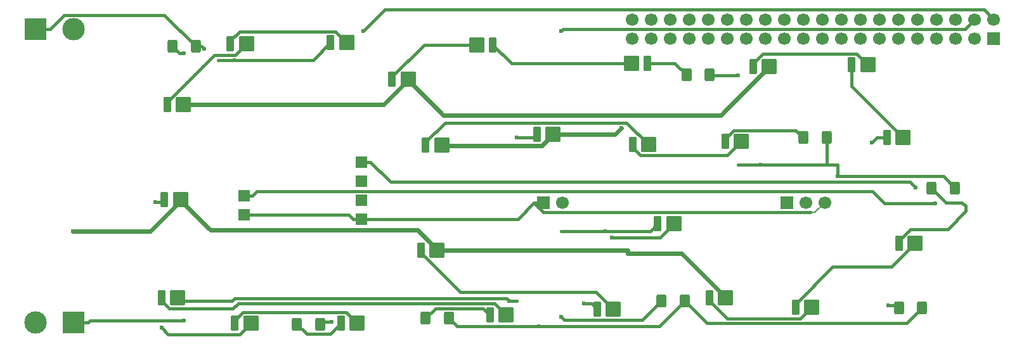
<source format=gbr>
%TF.GenerationSoftware,KiCad,Pcbnew,9.0.2*%
%TF.CreationDate,2025-06-30T21:03:26+02:00*%
%TF.ProjectId,evac,65766163-2e6b-4696-9361-645f70636258,rev?*%
%TF.SameCoordinates,Original*%
%TF.FileFunction,Copper,L1,Top*%
%TF.FilePolarity,Positive*%
%FSLAX46Y46*%
G04 Gerber Fmt 4.6, Leading zero omitted, Abs format (unit mm)*
G04 Created by KiCad (PCBNEW 9.0.2) date 2025-06-30 21:03:26*
%MOMM*%
%LPD*%
G01*
G04 APERTURE LIST*
G04 Aperture macros list*
%AMRoundRect*
0 Rectangle with rounded corners*
0 $1 Rounding radius*
0 $2 $3 $4 $5 $6 $7 $8 $9 X,Y pos of 4 corners*
0 Add a 4 corners polygon primitive as box body*
4,1,4,$2,$3,$4,$5,$6,$7,$8,$9,$2,$3,0*
0 Add four circle primitives for the rounded corners*
1,1,$1+$1,$2,$3*
1,1,$1+$1,$4,$5*
1,1,$1+$1,$6,$7*
1,1,$1+$1,$8,$9*
0 Add four rect primitives between the rounded corners*
20,1,$1+$1,$2,$3,$4,$5,0*
20,1,$1+$1,$4,$5,$6,$7,0*
20,1,$1+$1,$6,$7,$8,$9,0*
20,1,$1+$1,$8,$9,$2,$3,0*%
G04 Aperture macros list end*
%TA.AperFunction,ComponentPad*%
%ADD10R,3.000000X3.000000*%
%TD*%
%TA.AperFunction,ComponentPad*%
%ADD11C,3.000000*%
%TD*%
%TA.AperFunction,ComponentPad*%
%ADD12R,1.700000X1.700000*%
%TD*%
%TA.AperFunction,ComponentPad*%
%ADD13C,1.700000*%
%TD*%
%TA.AperFunction,SMDPad,CuDef*%
%ADD14RoundRect,0.165000X-0.385000X-0.885000X0.385000X-0.885000X0.385000X0.885000X-0.385000X0.885000X0*%
%TD*%
%TA.AperFunction,SMDPad,CuDef*%
%ADD15RoundRect,0.315000X-0.735000X-0.735000X0.735000X-0.735000X0.735000X0.735000X-0.735000X0.735000X0*%
%TD*%
%TA.AperFunction,SMDPad,CuDef*%
%ADD16RoundRect,0.165000X0.385000X0.885000X-0.385000X0.885000X-0.385000X-0.885000X0.385000X-0.885000X0*%
%TD*%
%TA.AperFunction,SMDPad,CuDef*%
%ADD17RoundRect,0.315000X0.735000X0.735000X-0.735000X0.735000X-0.735000X-0.735000X0.735000X-0.735000X0*%
%TD*%
%TA.AperFunction,SMDPad,CuDef*%
%ADD18RoundRect,0.250000X-0.400000X-0.625000X0.400000X-0.625000X0.400000X0.625000X-0.400000X0.625000X0*%
%TD*%
%TA.AperFunction,ComponentPad*%
%ADD19R,1.500000X1.500000*%
%TD*%
%TA.AperFunction,ViaPad*%
%ADD20C,0.600000*%
%TD*%
%TA.AperFunction,Conductor*%
%ADD21C,0.200000*%
%TD*%
%TA.AperFunction,Conductor*%
%ADD22C,0.400000*%
%TD*%
%TA.AperFunction,Conductor*%
%ADD23C,0.600000*%
%TD*%
G04 APERTURE END LIST*
D10*
%TO.P,J7,1,Pin_1*%
%TO.N,GND*%
X91915000Y-121825000D03*
D11*
%TO.P,J7,2,Pin_2*%
%TO.N,+12V*%
X86835000Y-121825000D03*
%TD*%
D12*
%TO.P,J4,1,Pin_1*%
%TO.N,Net-(J3-Pin_5)*%
X187110000Y-105750000D03*
D13*
%TO.P,J4,2,Pin_2*%
%TO.N,Net-(J3-Pin_6)*%
X189650000Y-105750000D03*
%TO.P,J4,3,Pin_3*%
%TO.N,GND*%
X192190000Y-105750000D03*
%TD*%
D12*
%TO.P,J3,1,Pin_1*%
%TO.N,Net-(J3-Pin_1)*%
X214725000Y-83825000D03*
D13*
%TO.P,J3,2,Pin_2*%
%TO.N,Net-(J3-Pin_2)*%
X214725000Y-81285000D03*
%TO.P,J3,3,Pin_3*%
%TO.N,Net-(J3-Pin_3)*%
X212185000Y-83825000D03*
%TO.P,J3,4,Pin_4*%
%TO.N,Net-(J2-Pin_2)*%
X212185000Y-81285000D03*
%TO.P,J3,5,Pin_5*%
%TO.N,Net-(J3-Pin_5)*%
X209645000Y-83825000D03*
%TO.P,J3,6,Pin_6*%
%TO.N,Net-(J3-Pin_6)*%
X209645000Y-81285000D03*
%TO.P,J3,7,Pin_7*%
%TO.N,unconnected-(J3-Pin_7-Pad7)*%
X207105000Y-83825000D03*
%TO.P,J3,8,Pin_8*%
%TO.N,unconnected-(J3-Pin_8-Pad8)*%
X207105000Y-81285000D03*
%TO.P,J3,9,Pin_9*%
%TO.N,unconnected-(J3-Pin_9-Pad9)*%
X204565000Y-83825000D03*
%TO.P,J3,10,Pin_10*%
%TO.N,unconnected-(J3-Pin_10-Pad10)*%
X204565000Y-81285000D03*
%TO.P,J3,11,Pin_11*%
%TO.N,unconnected-(J3-Pin_11-Pad11)*%
X202025000Y-83825000D03*
%TO.P,J3,12,Pin_12*%
%TO.N,unconnected-(J3-Pin_12-Pad12)*%
X202025000Y-81285000D03*
%TO.P,J3,13,Pin_13*%
%TO.N,unconnected-(J3-Pin_13-Pad13)*%
X199485000Y-83825000D03*
%TO.P,J3,14,Pin_14*%
%TO.N,unconnected-(J3-Pin_14-Pad14)*%
X199485000Y-81285000D03*
%TO.P,J3,15,Pin_15*%
%TO.N,unconnected-(J3-Pin_15-Pad15)*%
X196945000Y-83825000D03*
%TO.P,J3,16,Pin_16*%
%TO.N,unconnected-(J3-Pin_16-Pad16)*%
X196945000Y-81285000D03*
%TO.P,J3,17,Pin_17*%
%TO.N,unconnected-(J3-Pin_17-Pad17)*%
X194405000Y-83825000D03*
%TO.P,J3,18,Pin_18*%
%TO.N,unconnected-(J3-Pin_18-Pad18)*%
X194405000Y-81285000D03*
%TO.P,J3,19,Pin_19*%
%TO.N,unconnected-(J3-Pin_19-Pad19)*%
X191865000Y-83825000D03*
%TO.P,J3,20,Pin_20*%
%TO.N,unconnected-(J3-Pin_20-Pad20)*%
X191865000Y-81285000D03*
%TO.P,J3,21,Pin_21*%
%TO.N,unconnected-(J3-Pin_21-Pad21)*%
X189325000Y-83825000D03*
%TO.P,J3,22,Pin_22*%
%TO.N,unconnected-(J3-Pin_22-Pad22)*%
X189325000Y-81285000D03*
%TO.P,J3,23,Pin_23*%
%TO.N,unconnected-(J3-Pin_23-Pad23)*%
X186785000Y-83825000D03*
%TO.P,J3,24,Pin_24*%
%TO.N,unconnected-(J3-Pin_24-Pad24)*%
X186785000Y-81285000D03*
%TO.P,J3,25,Pin_25*%
%TO.N,unconnected-(J3-Pin_25-Pad25)*%
X184245000Y-83825000D03*
%TO.P,J3,26,Pin_26*%
%TO.N,unconnected-(J3-Pin_26-Pad26)*%
X184245000Y-81285000D03*
%TO.P,J3,27,Pin_27*%
%TO.N,unconnected-(J3-Pin_27-Pad27)*%
X181705000Y-83825000D03*
%TO.P,J3,28,Pin_28*%
%TO.N,unconnected-(J3-Pin_28-Pad28)*%
X181705000Y-81285000D03*
%TO.P,J3,29,Pin_29*%
%TO.N,unconnected-(J3-Pin_29-Pad29)*%
X179165000Y-83825000D03*
%TO.P,J3,30,Pin_30*%
%TO.N,unconnected-(J3-Pin_30-Pad30)*%
X179165000Y-81285000D03*
%TO.P,J3,31,Pin_31*%
%TO.N,unconnected-(J3-Pin_31-Pad31)*%
X176625000Y-83825000D03*
%TO.P,J3,32,Pin_32*%
%TO.N,unconnected-(J3-Pin_32-Pad32)*%
X176625000Y-81285000D03*
%TO.P,J3,33,Pin_33*%
%TO.N,unconnected-(J3-Pin_33-Pad33)*%
X174085000Y-83825000D03*
%TO.P,J3,34,Pin_34*%
%TO.N,unconnected-(J3-Pin_34-Pad34)*%
X174085000Y-81285000D03*
%TO.P,J3,35,Pin_35*%
%TO.N,unconnected-(J3-Pin_35-Pad35)*%
X171545000Y-83825000D03*
%TO.P,J3,36,Pin_36*%
%TO.N,unconnected-(J3-Pin_36-Pad36)*%
X171545000Y-81285000D03*
%TO.P,J3,37,Pin_37*%
%TO.N,unconnected-(J3-Pin_37-Pad37)*%
X169005000Y-83825000D03*
%TO.P,J3,38,Pin_38*%
%TO.N,unconnected-(J3-Pin_38-Pad38)*%
X169005000Y-81285000D03*
%TO.P,J3,39,Pin_39*%
%TO.N,unconnected-(J3-Pin_39-Pad39)*%
X166465000Y-83825000D03*
%TO.P,J3,40,Pin_40*%
%TO.N,unconnected-(J3-Pin_40-Pad40)*%
X166465000Y-81285000D03*
%TD*%
D14*
%TO.P,D2,1,K*%
%TO.N,Net-(D2-K)*%
X112820000Y-84500000D03*
D15*
%TO.P,D2,2,A*%
%TO.N,Net-(D1-K)*%
X114970000Y-84500000D03*
%TD*%
D16*
%TO.P,D5,1,K*%
%TO.N,Net-(D5-K)*%
X147875000Y-84675000D03*
D17*
%TO.P,D5,2,A*%
%TO.N,Net-(D4-K)*%
X145725000Y-84675000D03*
%TD*%
D18*
%TO.P,R1,1*%
%TO.N,Net-(D3-K)*%
X105100000Y-84900000D03*
%TO.P,R1,2*%
%TO.N,GND*%
X108200000Y-84900000D03*
%TD*%
%TO.P,R8,1*%
%TO.N,Net-(D24-K)*%
X138900000Y-121200000D03*
%TO.P,R8,2*%
%TO.N,GND*%
X142000000Y-121200000D03*
%TD*%
D14*
%TO.P,D20,1,K*%
%TO.N,Net-(D20-K)*%
X188285000Y-119725000D03*
D15*
%TO.P,D20,2,A*%
%TO.N,Net-(D19-K)*%
X190435000Y-119725000D03*
%TD*%
D14*
%TO.P,D3,1,K*%
%TO.N,Net-(D3-K)*%
X126185000Y-84400000D03*
D15*
%TO.P,D3,2,A*%
%TO.N,Net-(D2-K)*%
X128335000Y-84400000D03*
%TD*%
D18*
%TO.P,R3,1*%
%TO.N,Net-(D9-K)*%
X189333400Y-97100000D03*
%TO.P,R3,2*%
%TO.N,GND*%
X192433400Y-97100000D03*
%TD*%
D14*
%TO.P,D7,1,K*%
%TO.N,Net-(D7-K)*%
X138885000Y-98100000D03*
D15*
%TO.P,D7,2,A*%
%TO.N,+12V*%
X141035000Y-98100000D03*
%TD*%
D14*
%TO.P,D18,1,K*%
%TO.N,Net-(D18-K)*%
X169885000Y-108600000D03*
D15*
%TO.P,D18,2,A*%
%TO.N,Net-(D17-K)*%
X172035000Y-108600000D03*
%TD*%
D14*
%TO.P,D15,1,K*%
%TO.N,Net-(D15-K)*%
X127620000Y-121900000D03*
D15*
%TO.P,D15,2,A*%
%TO.N,Net-(D14-K)*%
X129770000Y-121900000D03*
%TD*%
D14*
%TO.P,D23,1,K*%
%TO.N,Net-(D23-K)*%
X103620000Y-118500000D03*
D15*
%TO.P,D23,2,A*%
%TO.N,Net-(D22-K)*%
X105770000Y-118500000D03*
%TD*%
D19*
%TO.P,KR1,1,+5V_TOP_LED*%
%TO.N,Net-(J3-Pin_1)*%
X130350000Y-100350000D03*
%TO.P,KR1,2,GND_TOP_LED*%
%TO.N,GND*%
X130350000Y-102890000D03*
%TO.P,KR1,3,+5V_BOTTOM_LED*%
%TO.N,Net-(J3-Pin_2)*%
X130350000Y-105430000D03*
%TO.P,KR1,4,GND_BOTTOM_LED*%
%TO.N,GND*%
X130350000Y-107970000D03*
%TO.P,KR1,5,SW_IN*%
%TO.N,Net-(J3-Pin_3)*%
X114650000Y-104850000D03*
%TO.P,KR1,6,SW_OUT*%
%TO.N,GND*%
X114650000Y-107390000D03*
%TD*%
D14*
%TO.P,D12,1,K*%
%TO.N,Net-(D12-K)*%
X200520000Y-97100000D03*
D15*
%TO.P,D12,2,A*%
%TO.N,Net-(D11-K)*%
X202670000Y-97100000D03*
%TD*%
D18*
%TO.P,R4,1*%
%TO.N,Net-(D12-K)*%
X202100000Y-119800000D03*
%TO.P,R4,2*%
%TO.N,GND*%
X205200000Y-119800000D03*
%TD*%
D14*
%TO.P,D24,1,K*%
%TO.N,Net-(D24-K)*%
X147485000Y-120800000D03*
D15*
%TO.P,D24,2,A*%
%TO.N,Net-(D23-K)*%
X149635000Y-120800000D03*
%TD*%
D14*
%TO.P,D13,1,K*%
%TO.N,Net-(D13-K)*%
X104020000Y-105400000D03*
D15*
%TO.P,D13,2,A*%
%TO.N,+12V*%
X106170000Y-105400000D03*
%TD*%
D12*
%TO.P,J2,1,Pin_1*%
%TO.N,GND*%
X154625000Y-105800000D03*
D13*
%TO.P,J2,2,Pin_2*%
%TO.N,Net-(J2-Pin_2)*%
X157165000Y-105800000D03*
%TD*%
D14*
%TO.P,D8,1,K*%
%TO.N,Net-(D8-K)*%
X166520000Y-98000000D03*
D15*
%TO.P,D8,2,A*%
%TO.N,Net-(D7-K)*%
X168670000Y-98000000D03*
%TD*%
D14*
%TO.P,D21,1,K*%
%TO.N,Net-(D21-K)*%
X202120000Y-111200000D03*
D15*
%TO.P,D21,2,A*%
%TO.N,Net-(D20-K)*%
X204270000Y-111200000D03*
%TD*%
D14*
%TO.P,D4,1,K*%
%TO.N,Net-(D4-K)*%
X134420000Y-89300000D03*
D15*
%TO.P,D4,2,A*%
%TO.N,+12V*%
X136570000Y-89300000D03*
%TD*%
D14*
%TO.P,D19,1,K*%
%TO.N,Net-(D19-K)*%
X176785000Y-118500000D03*
D15*
%TO.P,D19,2,A*%
%TO.N,+12V*%
X178935000Y-118500000D03*
%TD*%
D14*
%TO.P,D22,1,K*%
%TO.N,Net-(D22-K)*%
X153748800Y-96600000D03*
D15*
%TO.P,D22,2,A*%
%TO.N,+12V*%
X155898800Y-96600000D03*
%TD*%
D14*
%TO.P,D17,1,K*%
%TO.N,Net-(D17-K)*%
X161785000Y-120000000D03*
D15*
%TO.P,D17,2,A*%
%TO.N,Net-(D16-K)*%
X163935000Y-120000000D03*
%TD*%
D14*
%TO.P,D16,1,K*%
%TO.N,Net-(D16-K)*%
X138285000Y-112100000D03*
D15*
%TO.P,D16,2,A*%
%TO.N,+12V*%
X140435000Y-112100000D03*
%TD*%
D16*
%TO.P,D6,1,K*%
%TO.N,Net-(D6-K)*%
X168525000Y-87150000D03*
D17*
%TO.P,D6,2,A*%
%TO.N,Net-(D5-K)*%
X166375000Y-87150000D03*
%TD*%
D14*
%TO.P,D14,1,K*%
%TO.N,Net-(D14-K)*%
X113420000Y-121900000D03*
D15*
%TO.P,D14,2,A*%
%TO.N,Net-(D13-K)*%
X115570000Y-121900000D03*
%TD*%
D14*
%TO.P,D11,1,K*%
%TO.N,Net-(D11-K)*%
X195810000Y-87350000D03*
D15*
%TO.P,D11,2,A*%
%TO.N,Net-(D10-K)*%
X197960000Y-87350000D03*
%TD*%
D14*
%TO.P,D10,1,K*%
%TO.N,Net-(D10-K)*%
X182635000Y-87550000D03*
D15*
%TO.P,D10,2,A*%
%TO.N,+12V*%
X184785000Y-87550000D03*
%TD*%
D18*
%TO.P,R6,1*%
%TO.N,Net-(D18-K)*%
X170400000Y-118900000D03*
%TO.P,R6,2*%
%TO.N,GND*%
X173500000Y-118900000D03*
%TD*%
%TO.P,R5,1*%
%TO.N,Net-(D15-K)*%
X121700000Y-122000000D03*
%TO.P,R5,2*%
%TO.N,GND*%
X124800000Y-122000000D03*
%TD*%
%TO.P,R7,1*%
%TO.N,Net-(D21-K)*%
X206450000Y-103800000D03*
%TO.P,R7,2*%
%TO.N,GND*%
X209550000Y-103800000D03*
%TD*%
D14*
%TO.P,D9,1,K*%
%TO.N,Net-(D9-K)*%
X178885000Y-97600000D03*
D15*
%TO.P,D9,2,A*%
%TO.N,Net-(D8-K)*%
X181035000Y-97600000D03*
%TD*%
D18*
%TO.P,R2,1*%
%TO.N,Net-(D6-K)*%
X173725000Y-88700000D03*
%TO.P,R2,2*%
%TO.N,GND*%
X176825000Y-88700000D03*
%TD*%
D14*
%TO.P,D1,1,K*%
%TO.N,Net-(D1-K)*%
X104385000Y-92700000D03*
D15*
%TO.P,D1,2,A*%
%TO.N,+12V*%
X106535000Y-92700000D03*
%TD*%
D10*
%TO.P,J1,1,Pin_1*%
%TO.N,GND*%
X86820000Y-82600000D03*
D11*
%TO.P,J1,2,Pin_2*%
%TO.N,+12V*%
X91900000Y-82600000D03*
%TD*%
D20*
%TO.N,Net-(D22-K)*%
X150020000Y-118930400D03*
X151027500Y-97032800D03*
%TO.N,Net-(J3-Pin_3)*%
X206987200Y-105867300D03*
%TO.N,Net-(J3-Pin_2)*%
X130576100Y-82852400D03*
%TO.N,Net-(J3-Pin_1)*%
X204342100Y-103787300D03*
%TO.N,Net-(J2-Pin_2)*%
X156954100Y-82852400D03*
%TO.N,GND*%
X153990800Y-122297200D03*
X193888600Y-102256300D03*
X109361300Y-85247000D03*
X126359000Y-121691300D03*
X106578000Y-121545700D03*
X183623800Y-100665200D03*
X180583600Y-88742000D03*
%TO.N,Net-(D18-K)*%
X156954100Y-121029800D03*
X162880700Y-109571600D03*
%TO.N,Net-(D17-K)*%
X163724500Y-110416800D03*
X160049900Y-119252100D03*
%TO.N,Net-(D13-K)*%
X103614700Y-122478100D03*
X102801200Y-105736000D03*
%TO.N,Net-(D12-K)*%
X198513000Y-97769200D03*
X200685500Y-119516800D03*
%TO.N,Net-(D3-K)*%
X113409100Y-86728500D03*
X106625600Y-85845600D03*
%TO.N,+12V*%
X91761500Y-109571600D03*
X165844000Y-94093100D03*
X165046300Y-95777500D03*
X165844000Y-112540400D03*
%TD*%
D21*
%TO.N,GND*%
X190888300Y-107051700D02*
X190225000Y-107051700D01*
D22*
X190225000Y-107051700D02*
X154625000Y-107051700D01*
D21*
X192190000Y-105750000D02*
X190888300Y-107051700D01*
D22*
%TO.N,Net-(D24-K)*%
X140210500Y-119889500D02*
X138900000Y-121200000D01*
X146574500Y-119889500D02*
X140210500Y-119889500D01*
X147485000Y-120800000D02*
X146574500Y-119889500D01*
%TO.N,Net-(D23-K)*%
X103620000Y-118874900D02*
X103620000Y-118500000D01*
X104705300Y-119960200D02*
X103620000Y-118874900D01*
X113177100Y-119960200D02*
X104705300Y-119960200D01*
X113906800Y-119230500D02*
X113177100Y-119960200D01*
X148065500Y-119230500D02*
X113906800Y-119230500D01*
X149635000Y-120800000D02*
X148065500Y-119230500D01*
%TO.N,Net-(D22-K)*%
X153316000Y-97032800D02*
X153748800Y-96600000D01*
X151027500Y-97032800D02*
X153316000Y-97032800D01*
X150020000Y-118930400D02*
X151027500Y-118930400D01*
X151027500Y-118930400D02*
X150020000Y-118930400D01*
X113393200Y-118593100D02*
X113305000Y-118681300D01*
X149682700Y-118593100D02*
X113393200Y-118593100D01*
X150020000Y-118930400D02*
X149682700Y-118593100D01*
X113305000Y-118681300D02*
X113057400Y-118928900D01*
X113305000Y-118681300D02*
X113057400Y-118928900D01*
X106198900Y-118928900D02*
X105770000Y-118500000D01*
X113057400Y-118928900D02*
X106198900Y-118928900D01*
%TO.N,Net-(D21-K)*%
X202120000Y-110843600D02*
X202120000Y-111200000D01*
X203663900Y-109299700D02*
X202120000Y-110843600D01*
X208628200Y-109299700D02*
X203663900Y-109299700D01*
X211000500Y-106927400D02*
X208628200Y-109299700D01*
X211000500Y-106251300D02*
X211000500Y-106927400D01*
X210521400Y-105772200D02*
X211000500Y-106251300D01*
X208422200Y-105772200D02*
X210521400Y-105772200D01*
X206450000Y-103800000D02*
X208422200Y-105772200D01*
%TO.N,Net-(D20-K)*%
X201097000Y-114373000D02*
X204270000Y-111200000D01*
X193233400Y-114373000D02*
X201097000Y-114373000D01*
X188285000Y-119321400D02*
X193233400Y-114373000D01*
X188285000Y-119725000D02*
X188285000Y-119321400D01*
%TO.N,Net-(D19-K)*%
X176785000Y-118874800D02*
X176785000Y-118500000D01*
X179158000Y-121247800D02*
X176785000Y-118874800D01*
X188912200Y-121247800D02*
X179158000Y-121247800D01*
X190435000Y-119725000D02*
X188912200Y-121247800D01*
%TO.N,Net-(J3-Pin_3)*%
X200139300Y-105867300D02*
X206987200Y-105867300D01*
X198550300Y-104278300D02*
X200139300Y-105867300D01*
X116373400Y-104278300D02*
X198550300Y-104278300D01*
X115801700Y-104850000D02*
X116373400Y-104278300D01*
X114650000Y-104850000D02*
X115801700Y-104850000D01*
%TO.N,Net-(J3-Pin_2)*%
X133426800Y-80001700D02*
X130576100Y-82852400D01*
X213441700Y-80001700D02*
X133426800Y-80001700D01*
X214725000Y-81285000D02*
X213441700Y-80001700D01*
X130576100Y-82852400D02*
X133426800Y-80001700D01*
X133426800Y-80001700D02*
X130576100Y-82852400D01*
%TO.N,Net-(J3-Pin_1)*%
X134182000Y-103030300D02*
X131501700Y-100350000D01*
X203585100Y-103030300D02*
X134182000Y-103030300D01*
X204342100Y-103787300D02*
X203585100Y-103030300D01*
X130350000Y-100350000D02*
X131501700Y-100350000D01*
X204342100Y-103787300D02*
X203585100Y-103030300D01*
X203585100Y-103030300D02*
X204342100Y-103787300D01*
%TO.N,Net-(J2-Pin_2)*%
X210915000Y-82555000D02*
X212185000Y-81285000D01*
X157251500Y-82555000D02*
X210915000Y-82555000D01*
X156954100Y-82852400D02*
X157251500Y-82555000D01*
X156954100Y-82852400D02*
X157251500Y-82555000D01*
X157251500Y-82555000D02*
X156954100Y-82852400D01*
%TO.N,GND*%
X143097200Y-122297200D02*
X142000000Y-121200000D01*
X153990800Y-122297200D02*
X143097200Y-122297200D01*
X128618300Y-107390000D02*
X129198300Y-107970000D01*
X114650000Y-107390000D02*
X128618300Y-107390000D01*
X129774200Y-107970000D02*
X129198300Y-107970000D01*
X129774200Y-107970000D02*
X130350000Y-107970000D01*
X151203300Y-107970000D02*
X153373300Y-105800000D01*
X130350000Y-107970000D02*
X151203300Y-107970000D01*
X154625000Y-105800000D02*
X153373300Y-105800000D01*
X208006300Y-102256300D02*
X193888600Y-102256300D01*
X209550000Y-103800000D02*
X208006300Y-102256300D01*
X86820000Y-82600000D02*
X88721700Y-82600000D01*
X90623400Y-80698300D02*
X88721700Y-82600000D01*
X103998300Y-80698300D02*
X90623400Y-80698300D01*
X108200000Y-84900000D02*
X103998300Y-80698300D01*
X109015900Y-84900000D02*
X109361300Y-85245400D01*
X108200000Y-84900000D02*
X109015900Y-84900000D01*
X154625000Y-107051700D02*
X153373300Y-105800000D01*
X125108700Y-121691300D02*
X124800000Y-122000000D01*
X126359000Y-121691300D02*
X125108700Y-121691300D01*
X170102800Y-122297200D02*
X173500000Y-118900000D01*
X153990800Y-122297200D02*
X170102800Y-122297200D01*
X176505300Y-121905300D02*
X173500000Y-118900000D01*
X203094700Y-121905300D02*
X176505300Y-121905300D01*
X205200000Y-119800000D02*
X203094700Y-121905300D01*
X94096000Y-121545700D02*
X93816700Y-121825000D01*
X106578000Y-121545700D02*
X94096000Y-121545700D01*
X91915000Y-121825000D02*
X93816700Y-121825000D01*
X176867000Y-88742000D02*
X176825000Y-88700000D01*
X180583600Y-88742000D02*
X176867000Y-88742000D01*
X193888600Y-100665200D02*
X193888600Y-102256300D01*
X192433400Y-97100000D02*
X192433400Y-100665200D01*
X193888600Y-100665200D02*
X192433400Y-100665200D01*
X192433400Y-100665200D02*
X183623800Y-100665200D01*
X183623800Y-100665200D02*
X180583600Y-100665200D01*
X180583600Y-100665200D02*
X183623800Y-100665200D01*
X109361300Y-85245400D02*
X109361300Y-85247000D01*
%TO.N,Net-(D18-K)*%
X157379500Y-121455200D02*
X156954100Y-121029800D01*
X167844800Y-121455200D02*
X157379500Y-121455200D01*
X170400000Y-118900000D02*
X167844800Y-121455200D01*
X168913400Y-109571600D02*
X169885000Y-108600000D01*
X162880700Y-109571600D02*
X168913400Y-109571600D01*
X156954100Y-121029800D02*
X157379500Y-121455200D01*
X157379500Y-121455200D02*
X156954100Y-121029800D01*
X162880700Y-109571600D02*
X156954100Y-109571600D01*
X156954100Y-109571600D02*
X162880700Y-109571600D01*
%TO.N,Net-(D17-K)*%
X170218200Y-110416800D02*
X163724500Y-110416800D01*
X172035000Y-108600000D02*
X170218200Y-110416800D01*
X161037100Y-119252100D02*
X161785000Y-120000000D01*
X160049900Y-119252100D02*
X161037100Y-119252100D01*
X160049900Y-119252100D02*
X160728600Y-119252100D01*
X160728600Y-119252100D02*
X160049900Y-119252100D01*
%TO.N,Net-(D16-K)*%
X138285000Y-112501700D02*
X138285000Y-112100000D01*
X143510300Y-117727000D02*
X138285000Y-112501700D01*
X161662000Y-117727000D02*
X143510300Y-117727000D01*
X163935000Y-120000000D02*
X161662000Y-117727000D01*
%TO.N,Net-(D15-K)*%
X123028700Y-123328700D02*
X121700000Y-122000000D01*
X126191300Y-123328700D02*
X123028700Y-123328700D01*
X127620000Y-121900000D02*
X126191300Y-123328700D01*
%TO.N,Net-(D14-K)*%
X128312300Y-120442300D02*
X129770000Y-121900000D01*
X114474100Y-120442300D02*
X128312300Y-120442300D01*
X113420000Y-121496400D02*
X114474100Y-120442300D01*
X113420000Y-121900000D02*
X113420000Y-121496400D01*
%TO.N,Net-(D13-K)*%
X104508100Y-123371500D02*
X103614700Y-122478100D01*
X114098500Y-123371500D02*
X104508100Y-123371500D01*
X115570000Y-121900000D02*
X114098500Y-123371500D01*
X103684000Y-105736000D02*
X104020000Y-105400000D01*
X102801200Y-105736000D02*
X103684000Y-105736000D01*
X103614700Y-122478100D02*
X104508100Y-123371500D01*
X104508100Y-123371500D02*
X103614700Y-122478100D01*
%TO.N,Net-(D12-K)*%
X199182200Y-97100000D02*
X198513000Y-97769200D01*
X200520000Y-97100000D02*
X199182200Y-97100000D01*
X201816800Y-119516800D02*
X202100000Y-119800000D01*
X200685500Y-119516800D02*
X201816800Y-119516800D01*
X198513000Y-97769200D02*
X199182200Y-97100000D01*
X199182200Y-97100000D02*
X198513000Y-97769200D01*
%TO.N,Net-(D11-K)*%
X195810000Y-90240000D02*
X202670000Y-97100000D01*
X195810000Y-87350000D02*
X195810000Y-90240000D01*
%TO.N,Net-(D10-K)*%
X182635000Y-87160000D02*
X182635000Y-87550000D01*
X183929700Y-85865300D02*
X182635000Y-87160000D01*
X196475300Y-85865300D02*
X183929700Y-85865300D01*
X197960000Y-87350000D02*
X196475300Y-85865300D01*
%TO.N,Net-(D9-K)*%
X188356000Y-96122600D02*
X189333400Y-97100000D01*
X180010900Y-96122600D02*
X188356000Y-96122600D01*
X178885000Y-97248500D02*
X180010900Y-96122600D01*
X178885000Y-97600000D02*
X178885000Y-97248500D01*
%TO.N,Net-(D8-K)*%
X166520000Y-98378000D02*
X166520000Y-98000000D01*
X167604100Y-99462100D02*
X166520000Y-98378000D01*
X179172900Y-99462100D02*
X167604100Y-99462100D01*
X181035000Y-97600000D02*
X179172900Y-99462100D01*
%TO.N,Net-(D7-K)*%
X138885000Y-97686500D02*
X138885000Y-98100000D01*
X141495700Y-95075800D02*
X138885000Y-97686500D01*
X165745800Y-95075800D02*
X141495700Y-95075800D01*
X168670000Y-98000000D02*
X165745800Y-95075800D01*
%TO.N,Net-(D6-K)*%
X172175000Y-87150000D02*
X173725000Y-88700000D01*
X168525000Y-87150000D02*
X172175000Y-87150000D01*
%TO.N,Net-(D5-K)*%
X150350000Y-87150000D02*
X147875000Y-84675000D01*
X166375000Y-87150000D02*
X150350000Y-87150000D01*
%TO.N,Net-(D4-K)*%
X134420000Y-88962400D02*
X134420000Y-89300000D01*
X138707400Y-84675000D02*
X134420000Y-88962400D01*
X145725000Y-84675000D02*
X138707400Y-84675000D01*
%TO.N,Net-(D3-K)*%
X123856500Y-86728500D02*
X113409100Y-86728500D01*
X126185000Y-84400000D02*
X123856500Y-86728500D01*
X106045600Y-85845600D02*
X105100000Y-84900000D01*
X106625600Y-85845600D02*
X106045600Y-85845600D01*
X113409100Y-86728500D02*
X111225800Y-86728500D01*
X111225800Y-86728500D02*
X113409100Y-86728500D01*
%TO.N,Net-(D2-K)*%
X112820000Y-84138100D02*
X112820000Y-84500000D01*
X114040900Y-82917200D02*
X112820000Y-84138100D01*
X126852200Y-82917200D02*
X114040900Y-82917200D01*
X128335000Y-84400000D02*
X126852200Y-82917200D01*
D23*
%TO.N,+12V*%
X102090500Y-109571600D02*
X106170000Y-105492100D01*
X91761500Y-109571600D02*
X102090500Y-109571600D01*
X106170000Y-105492100D02*
X106170000Y-105400000D01*
X110140300Y-109462400D02*
X106170000Y-105492100D01*
X137880000Y-109462400D02*
X110140300Y-109462400D01*
X140435000Y-112017400D02*
X137880000Y-109462400D01*
X140435000Y-112100000D02*
X140435000Y-112017400D01*
X155898800Y-96673900D02*
X155898800Y-96600000D01*
X154419000Y-98153700D02*
X155898800Y-96673900D01*
X141088700Y-98153700D02*
X154419000Y-98153700D01*
X141035000Y-98100000D02*
X141088700Y-98153700D01*
X178305700Y-94093100D02*
X165844000Y-94093100D01*
X184785000Y-87613800D02*
X178305700Y-94093100D01*
X184785000Y-87550000D02*
X184785000Y-87613800D01*
X164223800Y-96600000D02*
X155898800Y-96600000D01*
X165046300Y-95777500D02*
X164223800Y-96600000D01*
X133268900Y-92700000D02*
X106535000Y-92700000D01*
X136570000Y-89398900D02*
X133268900Y-92700000D01*
X141264200Y-94093100D02*
X136570000Y-89398900D01*
X165844000Y-94093100D02*
X141264200Y-94093100D01*
X136570000Y-89300000D02*
X136570000Y-89398900D01*
X165844000Y-112540400D02*
X165844000Y-112100000D01*
X165844000Y-112100000D02*
X140435000Y-112100000D01*
X173070900Y-112540400D02*
X165844000Y-112540400D01*
X178935000Y-118404500D02*
X173070900Y-112540400D01*
X178935000Y-118500000D02*
X178935000Y-118404500D01*
D22*
%TO.N,Net-(D1-K)*%
X104385000Y-92318300D02*
X104385000Y-92700000D01*
X110676500Y-86026800D02*
X104385000Y-92318300D01*
X113443200Y-86026800D02*
X110676500Y-86026800D01*
X114970000Y-84500000D02*
X113443200Y-86026800D01*
%TD*%
M02*

</source>
